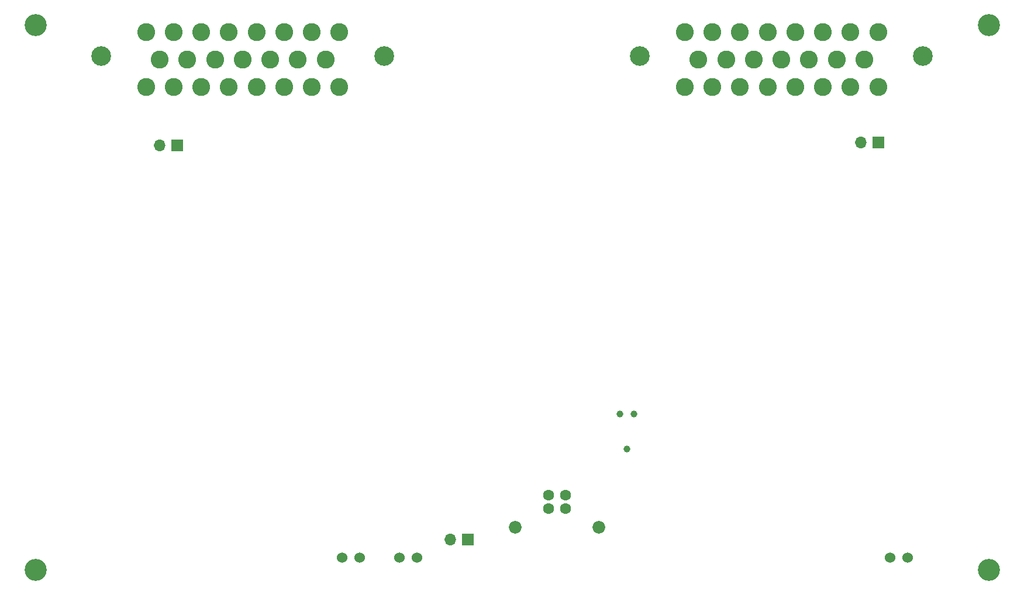
<source format=gbr>
G04 #@! TF.GenerationSoftware,KiCad,Pcbnew,7.0.8*
G04 #@! TF.CreationDate,2024-01-21T01:37:22-07:00*
G04 #@! TF.ProjectId,sdm24logger,73646d32-346c-46f6-9767-65722e6b6963,v3.1*
G04 #@! TF.SameCoordinates,Original*
G04 #@! TF.FileFunction,Soldermask,Bot*
G04 #@! TF.FilePolarity,Negative*
%FSLAX46Y46*%
G04 Gerber Fmt 4.6, Leading zero omitted, Abs format (unit mm)*
G04 Created by KiCad (PCBNEW 7.0.8) date 2024-01-21 01:37:22*
%MOMM*%
%LPD*%
G01*
G04 APERTURE LIST*
%ADD10R,1.700000X1.700000*%
%ADD11O,1.700000X1.700000*%
%ADD12C,2.844800*%
%ADD13C,2.600000*%
%ADD14C,3.200000*%
%ADD15C,0.990600*%
%ADD16C,1.524000*%
%ADD17C,1.840000*%
%ADD18C,1.600000*%
G04 APERTURE END LIST*
D10*
X76540000Y-91465000D03*
D11*
X74000000Y-91465000D03*
D12*
X65500005Y-78500115D03*
X106499999Y-78500115D03*
D13*
X99999999Y-83000000D03*
X96000000Y-83000000D03*
X92000000Y-83000000D03*
X88000000Y-83000000D03*
X84000001Y-83000000D03*
X80000001Y-83000000D03*
X76000002Y-83000000D03*
X72000002Y-83000000D03*
X98000001Y-79000000D03*
X94000001Y-79000000D03*
X90000001Y-79000000D03*
X86000002Y-79000000D03*
X82000002Y-79000000D03*
X78000003Y-79000000D03*
X74000003Y-79000000D03*
X99999999Y-75000000D03*
X96000000Y-75000000D03*
X92000000Y-75000000D03*
X88000000Y-75000000D03*
X84000001Y-75000000D03*
X80000001Y-75000000D03*
X76000002Y-75000000D03*
X72000002Y-75000000D03*
D12*
X143500005Y-78500115D03*
X184499999Y-78500115D03*
D13*
X177999999Y-83000000D03*
X174000000Y-83000000D03*
X170000000Y-83000000D03*
X166000000Y-83000000D03*
X162000001Y-83000000D03*
X158000001Y-83000000D03*
X154000002Y-83000000D03*
X150000002Y-83000000D03*
X176000001Y-79000000D03*
X172000001Y-79000000D03*
X168000001Y-79000000D03*
X164000002Y-79000000D03*
X160000002Y-79000000D03*
X156000003Y-79000000D03*
X152000003Y-79000000D03*
X177999999Y-75000000D03*
X174000000Y-75000000D03*
X170000000Y-75000000D03*
X166000000Y-75000000D03*
X162000001Y-75000000D03*
X158000001Y-75000000D03*
X154000002Y-75000000D03*
X150000002Y-75000000D03*
D14*
X194000000Y-74000000D03*
D10*
X178075000Y-91000000D03*
D11*
X175535000Y-91000000D03*
D10*
X118575000Y-148600000D03*
D11*
X116035000Y-148600000D03*
D14*
X56000000Y-74000000D03*
X56000000Y-153000000D03*
D15*
X141616000Y-135480000D03*
X140600000Y-130400000D03*
X142632000Y-130400000D03*
D16*
X111270000Y-151270000D03*
X108730000Y-151270000D03*
X102970000Y-151270000D03*
X100430000Y-151270000D03*
D17*
X125490000Y-146870000D03*
X137530000Y-146870000D03*
D18*
X132760000Y-142160000D03*
X130260000Y-142160000D03*
X130260000Y-144160000D03*
X132760000Y-144160000D03*
D14*
X194000000Y-153000000D03*
D16*
X182270000Y-151270000D03*
X179730000Y-151270000D03*
M02*

</source>
